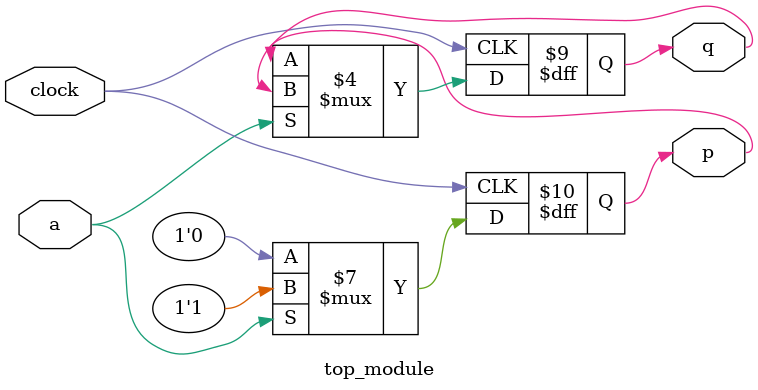
<source format=sv>
module top_module (
    input clock,
    input a, 
    output reg p,
    output reg q
);

    always @(posedge clock) begin
        if (a) begin
            p <= 1;
        end else begin
            p <= 0;
        end
    end

    always @(posedge clock) begin
        if (a) begin
            q <= p;
        end else begin
            q <= q;
        end
    end
endmodule

</source>
